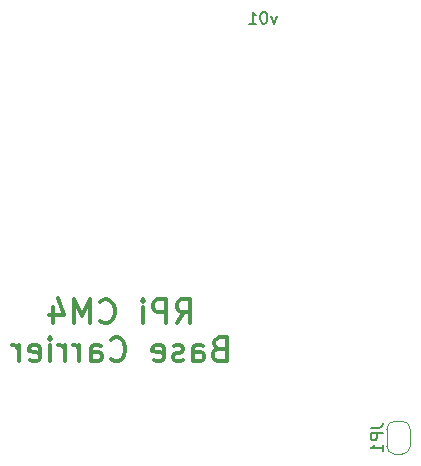
<source format=gbo>
%TF.GenerationSoftware,KiCad,Pcbnew,(5.99.0-6900-ga9be08e1ce)*%
%TF.CreationDate,2020-11-13T16:54:07-06:00*%
%TF.ProjectId,rpi-cm4-base-carrier,7270692d-636d-4342-9d62-6173652d6361,v01*%
%TF.SameCoordinates,Original*%
%TF.FileFunction,Legend,Bot*%
%TF.FilePolarity,Positive*%
%FSLAX46Y46*%
G04 Gerber Fmt 4.6, Leading zero omitted, Abs format (unit mm)*
G04 Created by KiCad (PCBNEW (5.99.0-6900-ga9be08e1ce)) date 2020-11-13 16:54:07*
%MOMM*%
%LPD*%
G01*
G04 APERTURE LIST*
%ADD10C,0.300000*%
%ADD11C,0.150000*%
%ADD12C,0.120000*%
G04 APERTURE END LIST*
D10*
X151214285Y-105294761D02*
X151880952Y-104342380D01*
X152357142Y-105294761D02*
X152357142Y-103294761D01*
X151595238Y-103294761D01*
X151404761Y-103390000D01*
X151309523Y-103485238D01*
X151214285Y-103675714D01*
X151214285Y-103961428D01*
X151309523Y-104151904D01*
X151404761Y-104247142D01*
X151595238Y-104342380D01*
X152357142Y-104342380D01*
X150357142Y-105294761D02*
X150357142Y-103294761D01*
X149595238Y-103294761D01*
X149404761Y-103390000D01*
X149309523Y-103485238D01*
X149214285Y-103675714D01*
X149214285Y-103961428D01*
X149309523Y-104151904D01*
X149404761Y-104247142D01*
X149595238Y-104342380D01*
X150357142Y-104342380D01*
X148357142Y-105294761D02*
X148357142Y-103961428D01*
X148357142Y-103294761D02*
X148452380Y-103390000D01*
X148357142Y-103485238D01*
X148261904Y-103390000D01*
X148357142Y-103294761D01*
X148357142Y-103485238D01*
X144738095Y-105104285D02*
X144833333Y-105199523D01*
X145119047Y-105294761D01*
X145309523Y-105294761D01*
X145595238Y-105199523D01*
X145785714Y-105009047D01*
X145880952Y-104818571D01*
X145976190Y-104437619D01*
X145976190Y-104151904D01*
X145880952Y-103770952D01*
X145785714Y-103580476D01*
X145595238Y-103390000D01*
X145309523Y-103294761D01*
X145119047Y-103294761D01*
X144833333Y-103390000D01*
X144738095Y-103485238D01*
X143880952Y-105294761D02*
X143880952Y-103294761D01*
X143214285Y-104723333D01*
X142547619Y-103294761D01*
X142547619Y-105294761D01*
X140738095Y-103961428D02*
X140738095Y-105294761D01*
X141214285Y-103199523D02*
X141690476Y-104628095D01*
X140452380Y-104628095D01*
X154785714Y-107467142D02*
X154500000Y-107562380D01*
X154404761Y-107657619D01*
X154309523Y-107848095D01*
X154309523Y-108133809D01*
X154404761Y-108324285D01*
X154500000Y-108419523D01*
X154690476Y-108514761D01*
X155452380Y-108514761D01*
X155452380Y-106514761D01*
X154785714Y-106514761D01*
X154595238Y-106610000D01*
X154500000Y-106705238D01*
X154404761Y-106895714D01*
X154404761Y-107086190D01*
X154500000Y-107276666D01*
X154595238Y-107371904D01*
X154785714Y-107467142D01*
X155452380Y-107467142D01*
X152595238Y-108514761D02*
X152595238Y-107467142D01*
X152690476Y-107276666D01*
X152880952Y-107181428D01*
X153261904Y-107181428D01*
X153452380Y-107276666D01*
X152595238Y-108419523D02*
X152785714Y-108514761D01*
X153261904Y-108514761D01*
X153452380Y-108419523D01*
X153547619Y-108229047D01*
X153547619Y-108038571D01*
X153452380Y-107848095D01*
X153261904Y-107752857D01*
X152785714Y-107752857D01*
X152595238Y-107657619D01*
X151738095Y-108419523D02*
X151547619Y-108514761D01*
X151166666Y-108514761D01*
X150976190Y-108419523D01*
X150880952Y-108229047D01*
X150880952Y-108133809D01*
X150976190Y-107943333D01*
X151166666Y-107848095D01*
X151452380Y-107848095D01*
X151642857Y-107752857D01*
X151738095Y-107562380D01*
X151738095Y-107467142D01*
X151642857Y-107276666D01*
X151452380Y-107181428D01*
X151166666Y-107181428D01*
X150976190Y-107276666D01*
X149261904Y-108419523D02*
X149452380Y-108514761D01*
X149833333Y-108514761D01*
X150023809Y-108419523D01*
X150119047Y-108229047D01*
X150119047Y-107467142D01*
X150023809Y-107276666D01*
X149833333Y-107181428D01*
X149452380Y-107181428D01*
X149261904Y-107276666D01*
X149166666Y-107467142D01*
X149166666Y-107657619D01*
X150119047Y-107848095D01*
X145642857Y-108324285D02*
X145738095Y-108419523D01*
X146023809Y-108514761D01*
X146214285Y-108514761D01*
X146500000Y-108419523D01*
X146690476Y-108229047D01*
X146785714Y-108038571D01*
X146880952Y-107657619D01*
X146880952Y-107371904D01*
X146785714Y-106990952D01*
X146690476Y-106800476D01*
X146500000Y-106610000D01*
X146214285Y-106514761D01*
X146023809Y-106514761D01*
X145738095Y-106610000D01*
X145642857Y-106705238D01*
X143928571Y-108514761D02*
X143928571Y-107467142D01*
X144023809Y-107276666D01*
X144214285Y-107181428D01*
X144595238Y-107181428D01*
X144785714Y-107276666D01*
X143928571Y-108419523D02*
X144119047Y-108514761D01*
X144595238Y-108514761D01*
X144785714Y-108419523D01*
X144880952Y-108229047D01*
X144880952Y-108038571D01*
X144785714Y-107848095D01*
X144595238Y-107752857D01*
X144119047Y-107752857D01*
X143928571Y-107657619D01*
X142976190Y-108514761D02*
X142976190Y-107181428D01*
X142976190Y-107562380D02*
X142880952Y-107371904D01*
X142785714Y-107276666D01*
X142595238Y-107181428D01*
X142404761Y-107181428D01*
X141738095Y-108514761D02*
X141738095Y-107181428D01*
X141738095Y-107562380D02*
X141642857Y-107371904D01*
X141547619Y-107276666D01*
X141357142Y-107181428D01*
X141166666Y-107181428D01*
X140500000Y-108514761D02*
X140500000Y-107181428D01*
X140500000Y-106514761D02*
X140595238Y-106610000D01*
X140500000Y-106705238D01*
X140404761Y-106610000D01*
X140500000Y-106514761D01*
X140500000Y-106705238D01*
X138785714Y-108419523D02*
X138976190Y-108514761D01*
X139357142Y-108514761D01*
X139547619Y-108419523D01*
X139642857Y-108229047D01*
X139642857Y-107467142D01*
X139547619Y-107276666D01*
X139357142Y-107181428D01*
X138976190Y-107181428D01*
X138785714Y-107276666D01*
X138690476Y-107467142D01*
X138690476Y-107657619D01*
X139642857Y-107848095D01*
X137833333Y-108514761D02*
X137833333Y-107181428D01*
X137833333Y-107562380D02*
X137738095Y-107371904D01*
X137642857Y-107276666D01*
X137452380Y-107181428D01*
X137261904Y-107181428D01*
D11*
X159690476Y-79285714D02*
X159452380Y-79952380D01*
X159214285Y-79285714D01*
X158642857Y-78952380D02*
X158547619Y-78952380D01*
X158452380Y-79000000D01*
X158404761Y-79047619D01*
X158357142Y-79142857D01*
X158309523Y-79333333D01*
X158309523Y-79571428D01*
X158357142Y-79761904D01*
X158404761Y-79857142D01*
X158452380Y-79904761D01*
X158547619Y-79952380D01*
X158642857Y-79952380D01*
X158738095Y-79904761D01*
X158785714Y-79857142D01*
X158833333Y-79761904D01*
X158880952Y-79571428D01*
X158880952Y-79333333D01*
X158833333Y-79142857D01*
X158785714Y-79047619D01*
X158738095Y-79000000D01*
X158642857Y-78952380D01*
X157357142Y-79952380D02*
X157928571Y-79952380D01*
X157642857Y-79952380D02*
X157642857Y-78952380D01*
X157738095Y-79095238D01*
X157833333Y-79190476D01*
X157928571Y-79238095D01*
%TO.C,JP1*%
X167652380Y-114166666D02*
X168366666Y-114166666D01*
X168509523Y-114119047D01*
X168604761Y-114023809D01*
X168652380Y-113880952D01*
X168652380Y-113785714D01*
X168652380Y-114642857D02*
X167652380Y-114642857D01*
X167652380Y-115023809D01*
X167700000Y-115119047D01*
X167747619Y-115166666D01*
X167842857Y-115214285D01*
X167985714Y-115214285D01*
X168080952Y-115166666D01*
X168128571Y-115119047D01*
X168176190Y-115023809D01*
X168176190Y-114642857D01*
X168652380Y-116166666D02*
X168652380Y-115595238D01*
X168652380Y-115880952D02*
X167652380Y-115880952D01*
X167795238Y-115785714D01*
X167890476Y-115690476D01*
X167938095Y-115595238D01*
D12*
X169700000Y-116400000D02*
X170300000Y-116400000D01*
X169000000Y-114300000D02*
X169000000Y-115700000D01*
X171000000Y-115700000D02*
X171000000Y-114300000D01*
X170300000Y-113600000D02*
X169700000Y-113600000D01*
X169700000Y-113600000D02*
G75*
G03*
X169000000Y-114300000I0J-700000D01*
G01*
X169000000Y-115700000D02*
G75*
G03*
X169700000Y-116400000I700000J0D01*
G01*
X170300000Y-116400000D02*
G75*
G03*
X171000000Y-115700000I0J700000D01*
G01*
X171000000Y-114300000D02*
G75*
G03*
X170300000Y-113600000I-700000J0D01*
G01*
%TD*%
M02*

</source>
